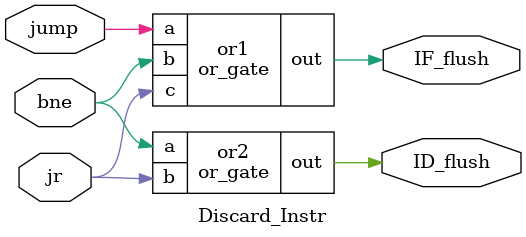
<source format=v>
module and_gate (
  output out,
  input a,
  input b
);
  assign out = a & b;
endmodule

module not_gate (
  output out,
  input in
);
  assign out = ~in;
endmodule

module or_gate (
  output out,
  input a,
  input b
);
  assign out = a | b;
endmodule

module flush_block(
ID_RegDst,ID_ALUSrc, ID_MemtoReg,ID_RegWrite,ID_MemRead,ID_MemWrite,
ID_Branch,ID_ALUOp,ID_JRControl,flush,RegDst,ALUSrc,MemtoReg,RegWrite,
MemRead,MemWrite,Branch,ALUOp,JRControl);

output ID_RegDst,ID_ALUSrc,ID_MemtoReg,ID_RegWrite,ID_MemRead,ID_MemWrite,ID_Branch,ID_JRControl;
output [1:0] ID_ALUOp;
input flush,RegDst,ALUSrc,MemtoReg,RegWrite,MemRead,MemWrite,Branch,JRControl;
input [1:0] ALUOp;

  not_gate not1 (.out(notflush), .in(flush));

  and_gate and2 (.out(ID_RegDst), .a(RegDst), .b(notflush));
  and_gate and3 (.out(ID_ALUSrc), .a(ALUSrc), .b(notflush));
  and_gate and4 (.out(ID_MemtoReg), .a(MemtoReg), .b(notflush));
  and_gate and5 (.out(ID_RegWrite), .a(RegWrite), .b(notflush));
  and_gate and6 (.out(ID_MemRead), .a(MemRead), .b(notflush));
  and_gate and7 (.out(ID_MemWrite), .a(MemWrite), .b(notflush));
  and_gate and8 (.out(ID_Branch), .a(Branch), .b(notflush));
  and_gate and9 (.out(ID_JRControl), .a(JRControl), .b(notflush));
  and_gate and10 (.out(ID_ALUOp[1]), .a(ALUOp[1]), .b(notflush));
  and_gate and11 (.out(ID_ALUOp[0]), .a(ALUOp[0]), .b(notflush));
endmodule

module Discard_Instr(ID_flush,IF_flush,jump,bne,jr);
output ID_flush,IF_flush;
input jump,bne,jr;

  or_gate or1 (.out(IF_flush), .a(jump), .b(bne), .c(jr));
  or_gate or2 (.out(ID_flush), .a(bne), .b(jr));
endmodule


</source>
